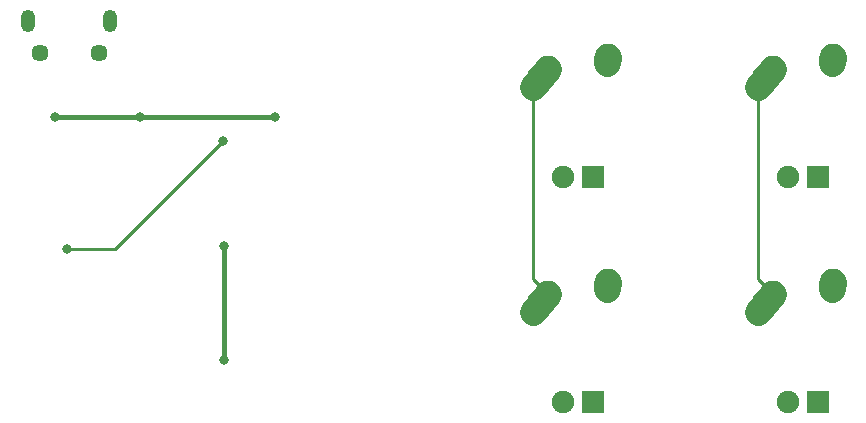
<source format=gbr>
G04 #@! TF.GenerationSoftware,KiCad,Pcbnew,(6.0.0-rc1-dev-1574-g3a1e66dba-dirty)*
G04 #@! TF.CreationDate,2019-01-27T21:49:17+01:00
G04 #@! TF.ProjectId,ai03_tutorial,61693033-5f74-4757-946f-7269616c2e6b,rev?*
G04 #@! TF.SameCoordinates,Original*
G04 #@! TF.FileFunction,Copper,L1,Top*
G04 #@! TF.FilePolarity,Positive*
%FSLAX46Y46*%
G04 Gerber Fmt 4.6, Leading zero omitted, Abs format (unit mm)*
G04 Created by KiCad (PCBNEW (6.0.0-rc1-dev-1574-g3a1e66dba-dirty)) date 2019 January 27, Sunday 21:49:17*
%MOMM*%
%LPD*%
G04 APERTURE LIST*
%ADD10R,1.905000X1.905000*%
%ADD11C,1.905000*%
%ADD12C,2.250000*%
%ADD13C,2.250000*%
%ADD14C,1.450000*%
%ADD15O,1.200000X1.900000*%
%ADD16C,0.800000*%
%ADD17C,0.381000*%
%ADD18C,0.254000*%
G04 APERTURE END LIST*
D10*
X140537001Y-90626001D03*
D11*
X137997001Y-90626001D03*
D12*
X136767001Y-81546001D03*
X136112002Y-82276001D03*
D13*
X135457001Y-83006001D02*
X136767003Y-81546001D01*
D12*
X141807001Y-80466001D03*
X141787001Y-80756001D03*
D13*
X141767001Y-81046001D02*
X141807001Y-80466001D01*
D12*
X141787001Y-99813001D03*
D13*
X141767001Y-100103001D02*
X141807001Y-99523001D01*
D12*
X141807001Y-99523001D03*
X136112002Y-101333001D03*
D13*
X135457001Y-102063001D02*
X136767003Y-100603001D01*
D12*
X136767001Y-100603001D03*
D11*
X137997001Y-109683001D03*
D10*
X140537001Y-109683001D03*
D12*
X160844001Y-80756001D03*
D13*
X160824001Y-81046001D02*
X160864001Y-80466001D01*
D12*
X160864001Y-80466001D03*
X155169002Y-82276001D03*
D13*
X154514001Y-83006001D02*
X155824003Y-81546001D01*
D12*
X155824001Y-81546001D03*
D11*
X157054001Y-90626001D03*
D10*
X159594001Y-90626001D03*
X159594001Y-109683001D03*
D11*
X157054001Y-109683001D03*
D12*
X155824001Y-100603001D03*
X155169002Y-101333001D03*
D13*
X154514001Y-102063001D02*
X155824003Y-100603001D01*
D12*
X160864001Y-99523001D03*
X160844001Y-99813001D03*
D13*
X160824001Y-100103001D02*
X160864001Y-99523001D01*
D14*
X93710000Y-80170000D03*
X98710000Y-80170000D03*
D15*
X92710000Y-77470000D03*
X99710000Y-77470000D03*
D16*
X113645468Y-85617532D03*
X102235000Y-85598000D03*
X94996000Y-85598000D03*
X109347000Y-96520000D03*
X109347000Y-106172000D03*
X96012000Y-96774000D03*
X109220000Y-87630000D03*
D17*
X113645468Y-85617532D02*
X102508532Y-85617532D01*
X102489000Y-85598000D02*
X102235000Y-85598000D01*
X102508532Y-85617532D02*
X102489000Y-85598000D01*
X102235000Y-85598000D02*
X94996000Y-85598000D01*
X109347000Y-96520000D02*
X109347000Y-106172000D01*
D18*
X135457001Y-99293001D02*
X136767001Y-100603001D01*
X135457001Y-83006001D02*
X135457001Y-99293001D01*
X154514001Y-99293001D02*
X155824001Y-100603001D01*
X154514001Y-83006001D02*
X154514001Y-99293001D01*
X100076000Y-96774000D02*
X109220000Y-87630000D01*
X96012000Y-96774000D02*
X100076000Y-96774000D01*
M02*

</source>
